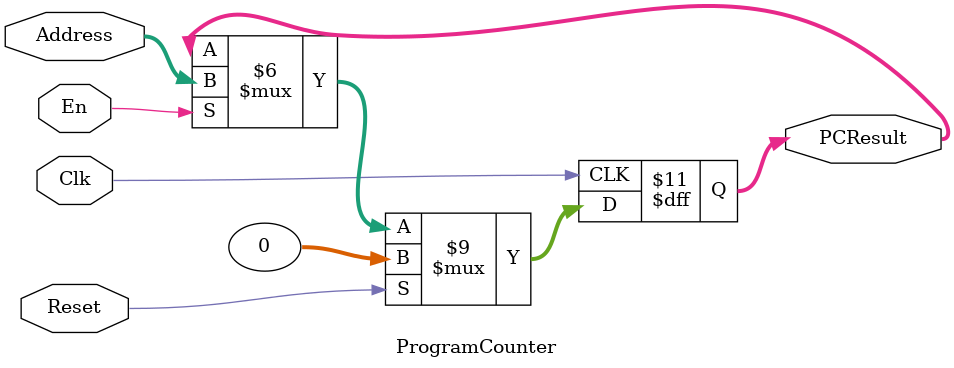
<source format=v>
`timescale 1ns / 1ps


module ProgramCounter(Address, PCResult, Reset, Clk, En);

	input [31:0] Address;
	input Reset, Clk, En;

	output reg [31:0] PCResult;

    /* Please fill in the implementation here... */
    initial begin
    PCResult <= 32'h00000000;
    end
    
    always@(posedge Clk)
    begin
    
       if(Reset == 1'b1)
           PCResult <= 32'h00000000;
       else if(En == 1'b1)
           PCResult <= Address;
       else
           PCResult <= PCResult;

        /*if(Reset == 1'b1)
            PCResult <= 32'h00000000;
        else
            PCResult <= Address;
        */
    end

endmodule


</source>
